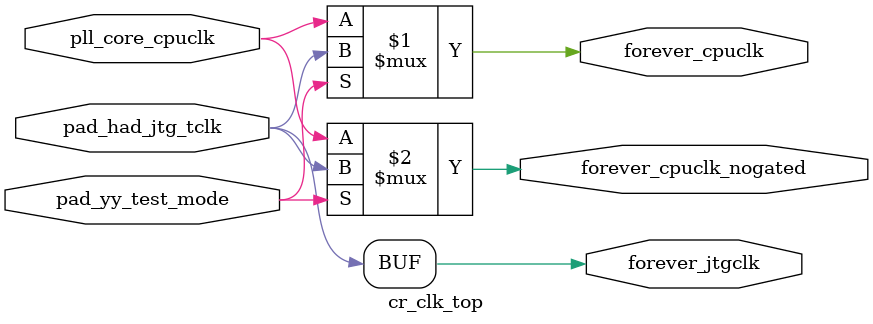
<source format=v>
/*
Copyright (c) 2019 Alibaba Group Holding Limited

Permission is hereby granted, free of charge, to any person obtaining a copy of this software and associated documentation files (the "Software"), to deal in the Software without restriction, including without limitation the rights to use, copy, modify, merge, publish, distribute, sublicense, and/or sell copies of the Software, and to permit persons to whom the Software is furnished to do so, subject to the following conditions:

The above copyright notice and this permission notice shall be included in all copies or substantial portions of the Software.

THE SOFTWARE IS PROVIDED "AS IS", WITHOUT WARRANTY OF ANY KIND, EXPRESS OR IMPLIED, INCLUDING BUT NOT LIMITED TO THE WARRANTIES OF MERCHANTABILITY, FITNESS FOR A PARTICULAR PURPOSE AND NONINFRINGEMENT. IN NO EVENT SHALL THE AUTHORS OR COPYRIGHT HOLDERS BE LIABLE FOR ANY CLAIM, DAMAGES OR OTHER LIABILITY, WHETHER IN AN ACTION OF CONTRACT, TORT OR OTHERWISE, ARISING FROM, OUT OF OR IN CONNECTION WITH THE SOFTWARE OR THE USE OR OTHER DEALINGS IN THE SOFTWARE.

*/
module cr_clk_top(
  forever_cpuclk,
  forever_cpuclk_nogated,
  forever_jtgclk,
  pad_had_jtg_tclk,
  pad_yy_test_mode,
  pll_core_cpuclk
);
input        pad_had_jtg_tclk;      
input        pad_yy_test_mode;      
input        pll_core_cpuclk;       
output       forever_cpuclk;        
output       forever_cpuclk_nogated; 
output       forever_jtgclk;        
wire         forever_cpuclk;        
wire         forever_cpuclk_nogated; 
wire         forever_jtgclk;        
wire         pad_had_jtg_tclk;      
wire         pad_yy_test_mode;      
wire         pll_core_cpuclk;       
assign forever_jtgclk = pad_had_jtg_tclk;
assign forever_cpuclk = pad_yy_test_mode ? pad_had_jtg_tclk : pll_core_cpuclk;
assign forever_cpuclk_nogated = pad_yy_test_mode ? pad_had_jtg_tclk : pll_core_cpuclk;
endmodule

</source>
